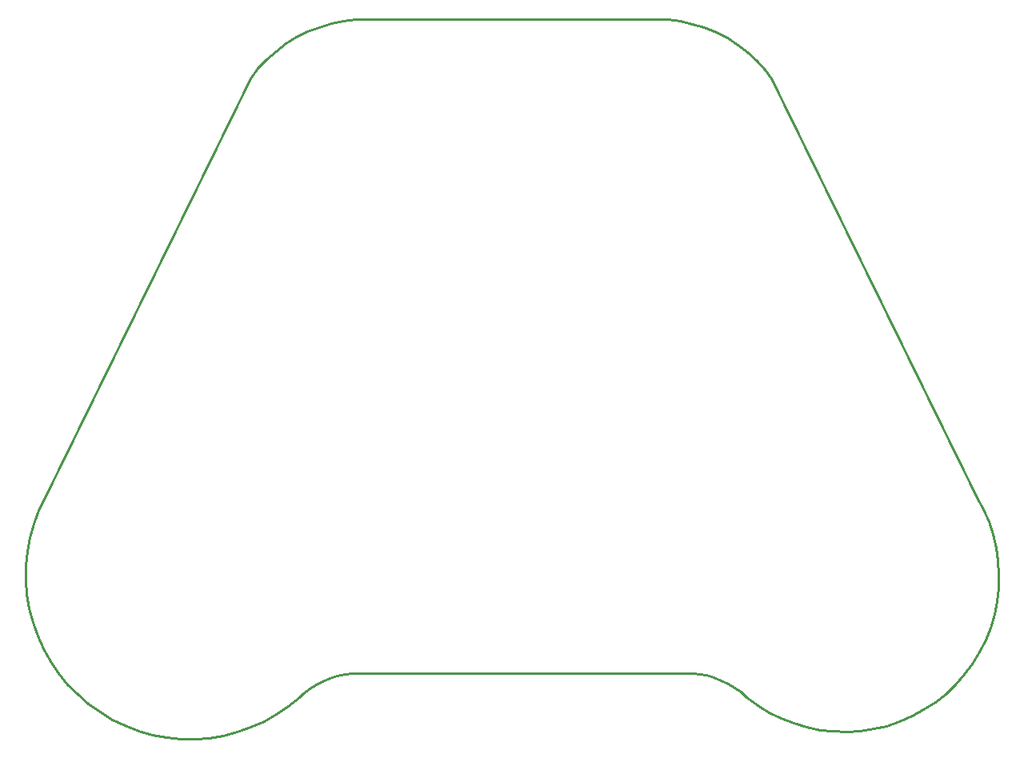
<source format=gbr>
G04 EAGLE Gerber RS-274X export*
G75*
%MOMM*%
%FSLAX34Y34*%
%LPD*%
%IN*%
%IPPOS*%
%AMOC8*
5,1,8,0,0,1.08239X$1,22.5*%
G01*
G04 Define Apertures*
%ADD10C,0.254000*%
D10*
X-493000Y186311D02*
X-499576Y172649D01*
X-504936Y158466D01*
X-509040Y143870D01*
X-511856Y128972D01*
X-513363Y113885D01*
X-513550Y98724D01*
X-512414Y83604D01*
X-509964Y68641D01*
X-506220Y53949D01*
X-501210Y39639D01*
X-494972Y25819D01*
X-487552Y12596D01*
X-479009Y70D01*
X-469406Y-11663D01*
X-458818Y-22515D01*
X-447323Y-32403D01*
X-435011Y-41252D01*
X-421974Y-48994D01*
X-408313Y-55570D01*
X-394130Y-60930D01*
X-379533Y-65034D01*
X-364635Y-67850D01*
X-349548Y-69357D01*
X-334387Y-69543D01*
X-319268Y-68407D01*
X-304305Y-65958D01*
X-289612Y-62214D01*
X-275302Y-57204D01*
X-261483Y-50965D01*
X-248260Y-43546D01*
X-235734Y-35003D01*
X-224000Y-25400D01*
X-219576Y-21436D01*
X-213141Y-16493D01*
X-206300Y-12129D01*
X-199104Y-8378D01*
X-191609Y-5269D01*
X-183872Y-2824D01*
X-175951Y-1064D01*
X-167906Y0D01*
X193306Y0D01*
X199204Y-710D01*
X207164Y-2285D01*
X214957Y-4547D01*
X222522Y-7481D01*
X229804Y-11062D01*
X236745Y-15265D01*
X243294Y-20056D01*
X249400Y-25400D01*
X260881Y-33906D01*
X273059Y-41380D01*
X285842Y-47763D01*
X299133Y-53008D01*
X312831Y-57075D01*
X326831Y-59933D01*
X341027Y-61559D01*
X355310Y-61942D01*
X369573Y-61079D01*
X383706Y-58975D01*
X397602Y-55649D01*
X411155Y-51123D01*
X424262Y-45434D01*
X436823Y-38624D01*
X448743Y-30745D01*
X459931Y-21857D01*
X470302Y-12028D01*
X479776Y-1332D01*
X488283Y10149D01*
X495756Y22327D01*
X502140Y35110D01*
X507385Y48401D01*
X511451Y62099D01*
X514309Y76099D01*
X515935Y90295D01*
X516318Y104578D01*
X515455Y118841D01*
X513352Y132974D01*
X510025Y146870D01*
X505499Y160423D01*
X499810Y173530D01*
X493000Y186091D01*
X275805Y630075D01*
X268874Y638952D01*
X259947Y648654D01*
X250208Y657541D01*
X239731Y665546D01*
X228597Y672607D01*
X216890Y678671D01*
X204699Y683692D01*
X192117Y687631D01*
X179239Y690458D01*
X166164Y692152D01*
X152991Y692700D01*
X-153205Y692700D01*
X-164471Y692303D01*
X-177566Y690774D01*
X-190479Y688111D01*
X-203110Y684331D01*
X-215363Y679466D01*
X-227146Y673551D01*
X-238369Y666631D01*
X-248946Y658760D01*
X-258796Y649997D01*
X-267845Y640409D01*
X-276024Y630068D01*
X-493000Y186311D01*
M02*

</source>
